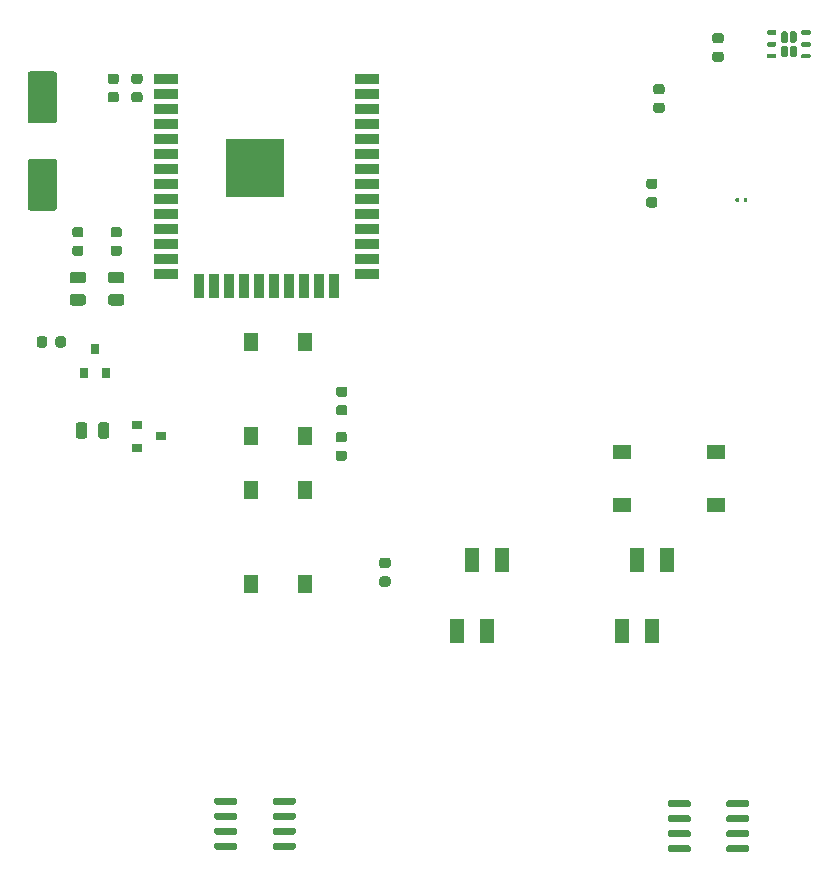
<source format=gtp>
G04 #@! TF.GenerationSoftware,KiCad,Pcbnew,(5.1.7)-1*
G04 #@! TF.CreationDate,2021-06-27T15:04:39+02:00*
G04 #@! TF.ProjectId,TwomesSensor,54776f6d-6573-4536-956e-736f722e6b69,rev?*
G04 #@! TF.SameCoordinates,Original*
G04 #@! TF.FileFunction,Paste,Top*
G04 #@! TF.FilePolarity,Positive*
%FSLAX46Y46*%
G04 Gerber Fmt 4.6, Leading zero omitted, Abs format (unit mm)*
G04 Created by KiCad (PCBNEW (5.1.7)-1) date 2021-06-27 15:04:39*
%MOMM*%
%LPD*%
G01*
G04 APERTURE LIST*
%ADD10R,2.000000X0.900000*%
%ADD11R,0.900000X2.000000*%
%ADD12R,5.000000X5.000000*%
%ADD13R,1.300000X1.550000*%
%ADD14R,1.550000X1.300000*%
%ADD15R,0.800000X0.900000*%
%ADD16R,0.900000X0.800000*%
%ADD17R,1.200000X2.000000*%
G04 APERTURE END LIST*
G36*
G01*
X58250000Y-40175000D02*
X57750000Y-40175000D01*
G75*
G02*
X57525000Y-39950000I0J225000D01*
G01*
X57525000Y-39500000D01*
G75*
G02*
X57750000Y-39275000I225000J0D01*
G01*
X58250000Y-39275000D01*
G75*
G02*
X58475000Y-39500000I0J-225000D01*
G01*
X58475000Y-39950000D01*
G75*
G02*
X58250000Y-40175000I-225000J0D01*
G01*
G37*
G36*
G01*
X58250000Y-41725000D02*
X57750000Y-41725000D01*
G75*
G02*
X57525000Y-41500000I0J225000D01*
G01*
X57525000Y-41050000D01*
G75*
G02*
X57750000Y-40825000I225000J0D01*
G01*
X58250000Y-40825000D01*
G75*
G02*
X58475000Y-41050000I0J-225000D01*
G01*
X58475000Y-41500000D01*
G75*
G02*
X58250000Y-41725000I-225000J0D01*
G01*
G37*
G36*
G01*
X71500000Y-101045000D02*
X71500000Y-100745000D01*
G75*
G02*
X71650000Y-100595000I150000J0D01*
G01*
X73300000Y-100595000D01*
G75*
G02*
X73450000Y-100745000I0J-150000D01*
G01*
X73450000Y-101045000D01*
G75*
G02*
X73300000Y-101195000I-150000J0D01*
G01*
X71650000Y-101195000D01*
G75*
G02*
X71500000Y-101045000I0J150000D01*
G01*
G37*
G36*
G01*
X71500000Y-102315000D02*
X71500000Y-102015000D01*
G75*
G02*
X71650000Y-101865000I150000J0D01*
G01*
X73300000Y-101865000D01*
G75*
G02*
X73450000Y-102015000I0J-150000D01*
G01*
X73450000Y-102315000D01*
G75*
G02*
X73300000Y-102465000I-150000J0D01*
G01*
X71650000Y-102465000D01*
G75*
G02*
X71500000Y-102315000I0J150000D01*
G01*
G37*
G36*
G01*
X71500000Y-103585000D02*
X71500000Y-103285000D01*
G75*
G02*
X71650000Y-103135000I150000J0D01*
G01*
X73300000Y-103135000D01*
G75*
G02*
X73450000Y-103285000I0J-150000D01*
G01*
X73450000Y-103585000D01*
G75*
G02*
X73300000Y-103735000I-150000J0D01*
G01*
X71650000Y-103735000D01*
G75*
G02*
X71500000Y-103585000I0J150000D01*
G01*
G37*
G36*
G01*
X71500000Y-104855000D02*
X71500000Y-104555000D01*
G75*
G02*
X71650000Y-104405000I150000J0D01*
G01*
X73300000Y-104405000D01*
G75*
G02*
X73450000Y-104555000I0J-150000D01*
G01*
X73450000Y-104855000D01*
G75*
G02*
X73300000Y-105005000I-150000J0D01*
G01*
X71650000Y-105005000D01*
G75*
G02*
X71500000Y-104855000I0J150000D01*
G01*
G37*
G36*
G01*
X66550000Y-104855000D02*
X66550000Y-104555000D01*
G75*
G02*
X66700000Y-104405000I150000J0D01*
G01*
X68350000Y-104405000D01*
G75*
G02*
X68500000Y-104555000I0J-150000D01*
G01*
X68500000Y-104855000D01*
G75*
G02*
X68350000Y-105005000I-150000J0D01*
G01*
X66700000Y-105005000D01*
G75*
G02*
X66550000Y-104855000I0J150000D01*
G01*
G37*
G36*
G01*
X66550000Y-103585000D02*
X66550000Y-103285000D01*
G75*
G02*
X66700000Y-103135000I150000J0D01*
G01*
X68350000Y-103135000D01*
G75*
G02*
X68500000Y-103285000I0J-150000D01*
G01*
X68500000Y-103585000D01*
G75*
G02*
X68350000Y-103735000I-150000J0D01*
G01*
X66700000Y-103735000D01*
G75*
G02*
X66550000Y-103585000I0J150000D01*
G01*
G37*
G36*
G01*
X66550000Y-102315000D02*
X66550000Y-102015000D01*
G75*
G02*
X66700000Y-101865000I150000J0D01*
G01*
X68350000Y-101865000D01*
G75*
G02*
X68500000Y-102015000I0J-150000D01*
G01*
X68500000Y-102315000D01*
G75*
G02*
X68350000Y-102465000I-150000J0D01*
G01*
X66700000Y-102465000D01*
G75*
G02*
X66550000Y-102315000I0J150000D01*
G01*
G37*
G36*
G01*
X66550000Y-101045000D02*
X66550000Y-100745000D01*
G75*
G02*
X66700000Y-100595000I150000J0D01*
G01*
X68350000Y-100595000D01*
G75*
G02*
X68500000Y-100745000I0J-150000D01*
G01*
X68500000Y-101045000D01*
G75*
G02*
X68350000Y-101195000I-150000J0D01*
G01*
X66700000Y-101195000D01*
G75*
G02*
X66550000Y-101045000I0J150000D01*
G01*
G37*
G36*
G01*
X109900000Y-101245000D02*
X109900000Y-100945000D01*
G75*
G02*
X110050000Y-100795000I150000J0D01*
G01*
X111700000Y-100795000D01*
G75*
G02*
X111850000Y-100945000I0J-150000D01*
G01*
X111850000Y-101245000D01*
G75*
G02*
X111700000Y-101395000I-150000J0D01*
G01*
X110050000Y-101395000D01*
G75*
G02*
X109900000Y-101245000I0J150000D01*
G01*
G37*
G36*
G01*
X109900000Y-102515000D02*
X109900000Y-102215000D01*
G75*
G02*
X110050000Y-102065000I150000J0D01*
G01*
X111700000Y-102065000D01*
G75*
G02*
X111850000Y-102215000I0J-150000D01*
G01*
X111850000Y-102515000D01*
G75*
G02*
X111700000Y-102665000I-150000J0D01*
G01*
X110050000Y-102665000D01*
G75*
G02*
X109900000Y-102515000I0J150000D01*
G01*
G37*
G36*
G01*
X109900000Y-103785000D02*
X109900000Y-103485000D01*
G75*
G02*
X110050000Y-103335000I150000J0D01*
G01*
X111700000Y-103335000D01*
G75*
G02*
X111850000Y-103485000I0J-150000D01*
G01*
X111850000Y-103785000D01*
G75*
G02*
X111700000Y-103935000I-150000J0D01*
G01*
X110050000Y-103935000D01*
G75*
G02*
X109900000Y-103785000I0J150000D01*
G01*
G37*
G36*
G01*
X109900000Y-105055000D02*
X109900000Y-104755000D01*
G75*
G02*
X110050000Y-104605000I150000J0D01*
G01*
X111700000Y-104605000D01*
G75*
G02*
X111850000Y-104755000I0J-150000D01*
G01*
X111850000Y-105055000D01*
G75*
G02*
X111700000Y-105205000I-150000J0D01*
G01*
X110050000Y-105205000D01*
G75*
G02*
X109900000Y-105055000I0J150000D01*
G01*
G37*
G36*
G01*
X104950000Y-105055000D02*
X104950000Y-104755000D01*
G75*
G02*
X105100000Y-104605000I150000J0D01*
G01*
X106750000Y-104605000D01*
G75*
G02*
X106900000Y-104755000I0J-150000D01*
G01*
X106900000Y-105055000D01*
G75*
G02*
X106750000Y-105205000I-150000J0D01*
G01*
X105100000Y-105205000D01*
G75*
G02*
X104950000Y-105055000I0J150000D01*
G01*
G37*
G36*
G01*
X104950000Y-103785000D02*
X104950000Y-103485000D01*
G75*
G02*
X105100000Y-103335000I150000J0D01*
G01*
X106750000Y-103335000D01*
G75*
G02*
X106900000Y-103485000I0J-150000D01*
G01*
X106900000Y-103785000D01*
G75*
G02*
X106750000Y-103935000I-150000J0D01*
G01*
X105100000Y-103935000D01*
G75*
G02*
X104950000Y-103785000I0J150000D01*
G01*
G37*
G36*
G01*
X104950000Y-102515000D02*
X104950000Y-102215000D01*
G75*
G02*
X105100000Y-102065000I150000J0D01*
G01*
X106750000Y-102065000D01*
G75*
G02*
X106900000Y-102215000I0J-150000D01*
G01*
X106900000Y-102515000D01*
G75*
G02*
X106750000Y-102665000I-150000J0D01*
G01*
X105100000Y-102665000D01*
G75*
G02*
X104950000Y-102515000I0J150000D01*
G01*
G37*
G36*
G01*
X104950000Y-101245000D02*
X104950000Y-100945000D01*
G75*
G02*
X105100000Y-100795000I150000J0D01*
G01*
X106750000Y-100795000D01*
G75*
G02*
X106900000Y-100945000I0J-150000D01*
G01*
X106900000Y-101245000D01*
G75*
G02*
X106750000Y-101395000I-150000J0D01*
G01*
X105100000Y-101395000D01*
G75*
G02*
X104950000Y-101245000I0J150000D01*
G01*
G37*
D10*
X79500000Y-39745000D03*
X79500000Y-41015000D03*
X79500000Y-42285000D03*
X79500000Y-43555000D03*
X79500000Y-44825000D03*
X79500000Y-46095000D03*
X79500000Y-47365000D03*
X79500000Y-48635000D03*
X79500000Y-49905000D03*
X79500000Y-51175000D03*
X79500000Y-52445000D03*
X79500000Y-53715000D03*
X79500000Y-54985000D03*
X79500000Y-56255000D03*
D11*
X76715000Y-57255000D03*
X75445000Y-57255000D03*
X74175000Y-57255000D03*
X72905000Y-57255000D03*
X71635000Y-57255000D03*
X70365000Y-57255000D03*
X69095000Y-57255000D03*
X67825000Y-57255000D03*
X66555000Y-57255000D03*
X65285000Y-57255000D03*
D10*
X62500000Y-56255000D03*
X62500000Y-54985000D03*
X62500000Y-53715000D03*
X62500000Y-52445000D03*
X62500000Y-51175000D03*
X62500000Y-49905000D03*
X62500000Y-48635000D03*
X62500000Y-47365000D03*
X62500000Y-46095000D03*
X62500000Y-44825000D03*
X62500000Y-43555000D03*
X62500000Y-42285000D03*
X62500000Y-41015000D03*
X62500000Y-39745000D03*
D12*
X70000000Y-47245000D03*
G36*
G01*
X77556250Y-72075000D02*
X77043750Y-72075000D01*
G75*
G02*
X76825000Y-71856250I0J218750D01*
G01*
X76825000Y-71418750D01*
G75*
G02*
X77043750Y-71200000I218750J0D01*
G01*
X77556250Y-71200000D01*
G75*
G02*
X77775000Y-71418750I0J-218750D01*
G01*
X77775000Y-71856250D01*
G75*
G02*
X77556250Y-72075000I-218750J0D01*
G01*
G37*
G36*
G01*
X77556250Y-70500000D02*
X77043750Y-70500000D01*
G75*
G02*
X76825000Y-70281250I0J218750D01*
G01*
X76825000Y-69843750D01*
G75*
G02*
X77043750Y-69625000I218750J0D01*
G01*
X77556250Y-69625000D01*
G75*
G02*
X77775000Y-69843750I0J-218750D01*
G01*
X77775000Y-70281250D01*
G75*
G02*
X77556250Y-70500000I-218750J0D01*
G01*
G37*
D13*
X74200000Y-69925000D03*
X69700000Y-69925000D03*
X69700000Y-61975000D03*
X74200000Y-61975000D03*
G36*
G01*
X77606250Y-68225000D02*
X77093750Y-68225000D01*
G75*
G02*
X76875000Y-68006250I0J218750D01*
G01*
X76875000Y-67568750D01*
G75*
G02*
X77093750Y-67350000I218750J0D01*
G01*
X77606250Y-67350000D01*
G75*
G02*
X77825000Y-67568750I0J-218750D01*
G01*
X77825000Y-68006250D01*
G75*
G02*
X77606250Y-68225000I-218750J0D01*
G01*
G37*
G36*
G01*
X77606250Y-66650000D02*
X77093750Y-66650000D01*
G75*
G02*
X76875000Y-66431250I0J218750D01*
G01*
X76875000Y-65993750D01*
G75*
G02*
X77093750Y-65775000I218750J0D01*
G01*
X77606250Y-65775000D01*
G75*
G02*
X77825000Y-65993750I0J-218750D01*
G01*
X77825000Y-66431250D01*
G75*
G02*
X77606250Y-66650000I-218750J0D01*
G01*
G37*
G36*
G01*
X115125000Y-35865000D02*
X115125000Y-36535000D01*
G75*
G02*
X114975000Y-36685000I-150000J0D01*
G01*
X114675000Y-36685000D01*
G75*
G02*
X114525000Y-36535000I0J150000D01*
G01*
X114525000Y-35865000D01*
G75*
G02*
X114675000Y-35715000I150000J0D01*
G01*
X114975000Y-35715000D01*
G75*
G02*
X115125000Y-35865000I0J-150000D01*
G01*
G37*
G36*
G01*
X115125000Y-37065000D02*
X115125000Y-37735000D01*
G75*
G02*
X114975000Y-37885000I-150000J0D01*
G01*
X114675000Y-37885000D01*
G75*
G02*
X114525000Y-37735000I0J150000D01*
G01*
X114525000Y-37065000D01*
G75*
G02*
X114675000Y-36915000I150000J0D01*
G01*
X114975000Y-36915000D01*
G75*
G02*
X115125000Y-37065000I0J-150000D01*
G01*
G37*
G36*
G01*
X115875000Y-35865000D02*
X115875000Y-36535000D01*
G75*
G02*
X115725000Y-36685000I-150000J0D01*
G01*
X115425000Y-36685000D01*
G75*
G02*
X115275000Y-36535000I0J150000D01*
G01*
X115275000Y-35865000D01*
G75*
G02*
X115425000Y-35715000I150000J0D01*
G01*
X115725000Y-35715000D01*
G75*
G02*
X115875000Y-35865000I0J-150000D01*
G01*
G37*
G36*
G01*
X115875000Y-37065000D02*
X115875000Y-37735000D01*
G75*
G02*
X115725000Y-37885000I-150000J0D01*
G01*
X115425000Y-37885000D01*
G75*
G02*
X115275000Y-37735000I0J150000D01*
G01*
X115275000Y-37065000D01*
G75*
G02*
X115425000Y-36915000I150000J0D01*
G01*
X115725000Y-36915000D01*
G75*
G02*
X115875000Y-37065000I0J-150000D01*
G01*
G37*
G36*
G01*
X114150000Y-37700000D02*
X114150000Y-37900000D01*
G75*
G02*
X114050000Y-38000000I-100000J0D01*
G01*
X113450000Y-38000000D01*
G75*
G02*
X113350000Y-37900000I0J100000D01*
G01*
X113350000Y-37700000D01*
G75*
G02*
X113450000Y-37600000I100000J0D01*
G01*
X114050000Y-37600000D01*
G75*
G02*
X114150000Y-37700000I0J-100000D01*
G01*
G37*
G36*
G01*
X114150000Y-36700000D02*
X114150000Y-36900000D01*
G75*
G02*
X114050000Y-37000000I-100000J0D01*
G01*
X113450000Y-37000000D01*
G75*
G02*
X113350000Y-36900000I0J100000D01*
G01*
X113350000Y-36700000D01*
G75*
G02*
X113450000Y-36600000I100000J0D01*
G01*
X114050000Y-36600000D01*
G75*
G02*
X114150000Y-36700000I0J-100000D01*
G01*
G37*
G36*
G01*
X114150000Y-35700000D02*
X114150000Y-35900000D01*
G75*
G02*
X114050000Y-36000000I-100000J0D01*
G01*
X113450000Y-36000000D01*
G75*
G02*
X113350000Y-35900000I0J100000D01*
G01*
X113350000Y-35700000D01*
G75*
G02*
X113450000Y-35600000I100000J0D01*
G01*
X114050000Y-35600000D01*
G75*
G02*
X114150000Y-35700000I0J-100000D01*
G01*
G37*
G36*
G01*
X117050000Y-35700000D02*
X117050000Y-35900000D01*
G75*
G02*
X116950000Y-36000000I-100000J0D01*
G01*
X116350000Y-36000000D01*
G75*
G02*
X116250000Y-35900000I0J100000D01*
G01*
X116250000Y-35700000D01*
G75*
G02*
X116350000Y-35600000I100000J0D01*
G01*
X116950000Y-35600000D01*
G75*
G02*
X117050000Y-35700000I0J-100000D01*
G01*
G37*
G36*
G01*
X117050000Y-36700000D02*
X117050000Y-36900000D01*
G75*
G02*
X116950000Y-37000000I-100000J0D01*
G01*
X116350000Y-37000000D01*
G75*
G02*
X116250000Y-36900000I0J100000D01*
G01*
X116250000Y-36700000D01*
G75*
G02*
X116350000Y-36600000I100000J0D01*
G01*
X116950000Y-36600000D01*
G75*
G02*
X117050000Y-36700000I0J-100000D01*
G01*
G37*
G36*
G01*
X117050000Y-37700000D02*
X117050000Y-37900000D01*
G75*
G02*
X116950000Y-38000000I-100000J0D01*
G01*
X116350000Y-38000000D01*
G75*
G02*
X116250000Y-37900000I0J100000D01*
G01*
X116250000Y-37700000D01*
G75*
G02*
X116350000Y-37600000I100000J0D01*
G01*
X116950000Y-37600000D01*
G75*
G02*
X117050000Y-37700000I0J-100000D01*
G01*
G37*
G36*
G01*
X56700000Y-69956250D02*
X56700000Y-69043750D01*
G75*
G02*
X56943750Y-68800000I243750J0D01*
G01*
X57431250Y-68800000D01*
G75*
G02*
X57675000Y-69043750I0J-243750D01*
G01*
X57675000Y-69956250D01*
G75*
G02*
X57431250Y-70200000I-243750J0D01*
G01*
X56943750Y-70200000D01*
G75*
G02*
X56700000Y-69956250I0J243750D01*
G01*
G37*
G36*
G01*
X54825000Y-69956250D02*
X54825000Y-69043750D01*
G75*
G02*
X55068750Y-68800000I243750J0D01*
G01*
X55556250Y-68800000D01*
G75*
G02*
X55800000Y-69043750I0J-243750D01*
G01*
X55800000Y-69956250D01*
G75*
G02*
X55556250Y-70200000I-243750J0D01*
G01*
X55068750Y-70200000D01*
G75*
G02*
X54825000Y-69956250I0J243750D01*
G01*
G37*
G36*
G01*
X53000000Y-43500000D02*
X51000000Y-43500000D01*
G75*
G02*
X50750000Y-43250000I0J250000D01*
G01*
X50750000Y-39350000D01*
G75*
G02*
X51000000Y-39100000I250000J0D01*
G01*
X53000000Y-39100000D01*
G75*
G02*
X53250000Y-39350000I0J-250000D01*
G01*
X53250000Y-43250000D01*
G75*
G02*
X53000000Y-43500000I-250000J0D01*
G01*
G37*
G36*
G01*
X53000000Y-50900000D02*
X51000000Y-50900000D01*
G75*
G02*
X50750000Y-50650000I0J250000D01*
G01*
X50750000Y-46750000D01*
G75*
G02*
X51000000Y-46500000I250000J0D01*
G01*
X53000000Y-46500000D01*
G75*
G02*
X53250000Y-46750000I0J-250000D01*
G01*
X53250000Y-50650000D01*
G75*
G02*
X53000000Y-50900000I-250000J0D01*
G01*
G37*
D14*
X101075000Y-75800000D03*
X101075000Y-71300000D03*
X109025000Y-71300000D03*
X109025000Y-75800000D03*
D13*
X74200000Y-82525000D03*
X69700000Y-82525000D03*
X69700000Y-74575000D03*
X74200000Y-74575000D03*
G36*
G01*
X53100000Y-62256250D02*
X53100000Y-61743750D01*
G75*
G02*
X53318750Y-61525000I218750J0D01*
G01*
X53756250Y-61525000D01*
G75*
G02*
X53975000Y-61743750I0J-218750D01*
G01*
X53975000Y-62256250D01*
G75*
G02*
X53756250Y-62475000I-218750J0D01*
G01*
X53318750Y-62475000D01*
G75*
G02*
X53100000Y-62256250I0J218750D01*
G01*
G37*
G36*
G01*
X51525000Y-62256250D02*
X51525000Y-61743750D01*
G75*
G02*
X51743750Y-61525000I218750J0D01*
G01*
X52181250Y-61525000D01*
G75*
G02*
X52400000Y-61743750I0J-218750D01*
G01*
X52400000Y-62256250D01*
G75*
G02*
X52181250Y-62475000I-218750J0D01*
G01*
X51743750Y-62475000D01*
G75*
G02*
X51525000Y-62256250I0J218750D01*
G01*
G37*
G36*
G01*
X80743750Y-81850000D02*
X81256250Y-81850000D01*
G75*
G02*
X81475000Y-82068750I0J-218750D01*
G01*
X81475000Y-82506250D01*
G75*
G02*
X81256250Y-82725000I-218750J0D01*
G01*
X80743750Y-82725000D01*
G75*
G02*
X80525000Y-82506250I0J218750D01*
G01*
X80525000Y-82068750D01*
G75*
G02*
X80743750Y-81850000I218750J0D01*
G01*
G37*
G36*
G01*
X80743750Y-80275000D02*
X81256250Y-80275000D01*
G75*
G02*
X81475000Y-80493750I0J-218750D01*
G01*
X81475000Y-80931250D01*
G75*
G02*
X81256250Y-81150000I-218750J0D01*
G01*
X80743750Y-81150000D01*
G75*
G02*
X80525000Y-80931250I0J218750D01*
G01*
X80525000Y-80493750D01*
G75*
G02*
X80743750Y-80275000I218750J0D01*
G01*
G37*
G36*
G01*
X104456250Y-41050000D02*
X103943750Y-41050000D01*
G75*
G02*
X103725000Y-40831250I0J218750D01*
G01*
X103725000Y-40393750D01*
G75*
G02*
X103943750Y-40175000I218750J0D01*
G01*
X104456250Y-40175000D01*
G75*
G02*
X104675000Y-40393750I0J-218750D01*
G01*
X104675000Y-40831250D01*
G75*
G02*
X104456250Y-41050000I-218750J0D01*
G01*
G37*
G36*
G01*
X104456250Y-42625000D02*
X103943750Y-42625000D01*
G75*
G02*
X103725000Y-42406250I0J218750D01*
G01*
X103725000Y-41968750D01*
G75*
G02*
X103943750Y-41750000I218750J0D01*
G01*
X104456250Y-41750000D01*
G75*
G02*
X104675000Y-41968750I0J-218750D01*
G01*
X104675000Y-42406250D01*
G75*
G02*
X104456250Y-42625000I-218750J0D01*
G01*
G37*
G36*
G01*
X103343750Y-49750000D02*
X103856250Y-49750000D01*
G75*
G02*
X104075000Y-49968750I0J-218750D01*
G01*
X104075000Y-50406250D01*
G75*
G02*
X103856250Y-50625000I-218750J0D01*
G01*
X103343750Y-50625000D01*
G75*
G02*
X103125000Y-50406250I0J218750D01*
G01*
X103125000Y-49968750D01*
G75*
G02*
X103343750Y-49750000I218750J0D01*
G01*
G37*
G36*
G01*
X103343750Y-48175000D02*
X103856250Y-48175000D01*
G75*
G02*
X104075000Y-48393750I0J-218750D01*
G01*
X104075000Y-48831250D01*
G75*
G02*
X103856250Y-49050000I-218750J0D01*
G01*
X103343750Y-49050000D01*
G75*
G02*
X103125000Y-48831250I0J218750D01*
G01*
X103125000Y-48393750D01*
G75*
G02*
X103343750Y-48175000I218750J0D01*
G01*
G37*
G36*
G01*
X57993750Y-53850000D02*
X58506250Y-53850000D01*
G75*
G02*
X58725000Y-54068750I0J-218750D01*
G01*
X58725000Y-54506250D01*
G75*
G02*
X58506250Y-54725000I-218750J0D01*
G01*
X57993750Y-54725000D01*
G75*
G02*
X57775000Y-54506250I0J218750D01*
G01*
X57775000Y-54068750D01*
G75*
G02*
X57993750Y-53850000I218750J0D01*
G01*
G37*
G36*
G01*
X57993750Y-52275000D02*
X58506250Y-52275000D01*
G75*
G02*
X58725000Y-52493750I0J-218750D01*
G01*
X58725000Y-52931250D01*
G75*
G02*
X58506250Y-53150000I-218750J0D01*
G01*
X57993750Y-53150000D01*
G75*
G02*
X57775000Y-52931250I0J218750D01*
G01*
X57775000Y-52493750D01*
G75*
G02*
X57993750Y-52275000I218750J0D01*
G01*
G37*
G36*
G01*
X54743750Y-53850000D02*
X55256250Y-53850000D01*
G75*
G02*
X55475000Y-54068750I0J-218750D01*
G01*
X55475000Y-54506250D01*
G75*
G02*
X55256250Y-54725000I-218750J0D01*
G01*
X54743750Y-54725000D01*
G75*
G02*
X54525000Y-54506250I0J218750D01*
G01*
X54525000Y-54068750D01*
G75*
G02*
X54743750Y-53850000I218750J0D01*
G01*
G37*
G36*
G01*
X54743750Y-52275000D02*
X55256250Y-52275000D01*
G75*
G02*
X55475000Y-52493750I0J-218750D01*
G01*
X55475000Y-52931250D01*
G75*
G02*
X55256250Y-53150000I-218750J0D01*
G01*
X54743750Y-53150000D01*
G75*
G02*
X54525000Y-52931250I0J218750D01*
G01*
X54525000Y-52493750D01*
G75*
G02*
X54743750Y-52275000I218750J0D01*
G01*
G37*
D15*
X56450000Y-62600000D03*
X57400000Y-64600000D03*
X55500000Y-64600000D03*
D16*
X62000000Y-70000000D03*
X60000000Y-70950000D03*
X60000000Y-69050000D03*
G36*
G01*
X110994000Y-49899500D02*
X110994000Y-50100500D01*
G75*
G02*
X110914500Y-50180000I-79500J0D01*
G01*
X110755500Y-50180000D01*
G75*
G02*
X110676000Y-50100500I0J79500D01*
G01*
X110676000Y-49899500D01*
G75*
G02*
X110755500Y-49820000I79500J0D01*
G01*
X110914500Y-49820000D01*
G75*
G02*
X110994000Y-49899500I0J-79500D01*
G01*
G37*
G36*
G01*
X111684000Y-49899500D02*
X111684000Y-50100500D01*
G75*
G02*
X111604500Y-50180000I-79500J0D01*
G01*
X111445500Y-50180000D01*
G75*
G02*
X111366000Y-50100500I0J79500D01*
G01*
X111366000Y-49899500D01*
G75*
G02*
X111445500Y-49820000I79500J0D01*
G01*
X111604500Y-49820000D01*
G75*
G02*
X111684000Y-49899500I0J-79500D01*
G01*
G37*
D17*
X104900000Y-80500000D03*
X102360000Y-80500000D03*
X103630000Y-86500000D03*
X101090000Y-86500000D03*
X90900000Y-80500000D03*
X88360000Y-80500000D03*
X89630000Y-86500000D03*
X87090000Y-86500000D03*
G36*
G01*
X58706250Y-57050000D02*
X57793750Y-57050000D01*
G75*
G02*
X57550000Y-56806250I0J243750D01*
G01*
X57550000Y-56318750D01*
G75*
G02*
X57793750Y-56075000I243750J0D01*
G01*
X58706250Y-56075000D01*
G75*
G02*
X58950000Y-56318750I0J-243750D01*
G01*
X58950000Y-56806250D01*
G75*
G02*
X58706250Y-57050000I-243750J0D01*
G01*
G37*
G36*
G01*
X58706250Y-58925000D02*
X57793750Y-58925000D01*
G75*
G02*
X57550000Y-58681250I0J243750D01*
G01*
X57550000Y-58193750D01*
G75*
G02*
X57793750Y-57950000I243750J0D01*
G01*
X58706250Y-57950000D01*
G75*
G02*
X58950000Y-58193750I0J-243750D01*
G01*
X58950000Y-58681250D01*
G75*
G02*
X58706250Y-58925000I-243750J0D01*
G01*
G37*
G36*
G01*
X55456250Y-57050000D02*
X54543750Y-57050000D01*
G75*
G02*
X54300000Y-56806250I0J243750D01*
G01*
X54300000Y-56318750D01*
G75*
G02*
X54543750Y-56075000I243750J0D01*
G01*
X55456250Y-56075000D01*
G75*
G02*
X55700000Y-56318750I0J-243750D01*
G01*
X55700000Y-56806250D01*
G75*
G02*
X55456250Y-57050000I-243750J0D01*
G01*
G37*
G36*
G01*
X55456250Y-58925000D02*
X54543750Y-58925000D01*
G75*
G02*
X54300000Y-58681250I0J243750D01*
G01*
X54300000Y-58193750D01*
G75*
G02*
X54543750Y-57950000I243750J0D01*
G01*
X55456250Y-57950000D01*
G75*
G02*
X55700000Y-58193750I0J-243750D01*
G01*
X55700000Y-58681250D01*
G75*
G02*
X55456250Y-58925000I-243750J0D01*
G01*
G37*
G36*
G01*
X108943750Y-37412500D02*
X109456250Y-37412500D01*
G75*
G02*
X109675000Y-37631250I0J-218750D01*
G01*
X109675000Y-38068750D01*
G75*
G02*
X109456250Y-38287500I-218750J0D01*
G01*
X108943750Y-38287500D01*
G75*
G02*
X108725000Y-38068750I0J218750D01*
G01*
X108725000Y-37631250D01*
G75*
G02*
X108943750Y-37412500I218750J0D01*
G01*
G37*
G36*
G01*
X108943750Y-35837500D02*
X109456250Y-35837500D01*
G75*
G02*
X109675000Y-36056250I0J-218750D01*
G01*
X109675000Y-36493750D01*
G75*
G02*
X109456250Y-36712500I-218750J0D01*
G01*
X108943750Y-36712500D01*
G75*
G02*
X108725000Y-36493750I0J218750D01*
G01*
X108725000Y-36056250D01*
G75*
G02*
X108943750Y-35837500I218750J0D01*
G01*
G37*
G36*
G01*
X60256250Y-40150000D02*
X59743750Y-40150000D01*
G75*
G02*
X59525000Y-39931250I0J218750D01*
G01*
X59525000Y-39493750D01*
G75*
G02*
X59743750Y-39275000I218750J0D01*
G01*
X60256250Y-39275000D01*
G75*
G02*
X60475000Y-39493750I0J-218750D01*
G01*
X60475000Y-39931250D01*
G75*
G02*
X60256250Y-40150000I-218750J0D01*
G01*
G37*
G36*
G01*
X60256250Y-41725000D02*
X59743750Y-41725000D01*
G75*
G02*
X59525000Y-41506250I0J218750D01*
G01*
X59525000Y-41068750D01*
G75*
G02*
X59743750Y-40850000I218750J0D01*
G01*
X60256250Y-40850000D01*
G75*
G02*
X60475000Y-41068750I0J-218750D01*
G01*
X60475000Y-41506250D01*
G75*
G02*
X60256250Y-41725000I-218750J0D01*
G01*
G37*
M02*

</source>
